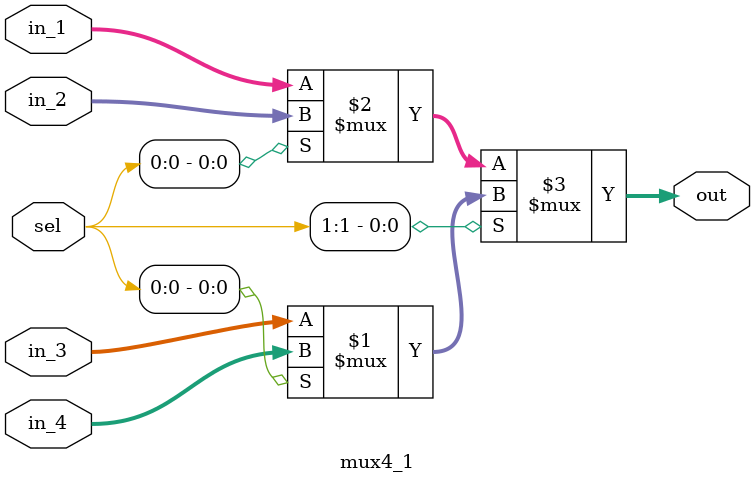
<source format=v>
module mux4_1 #(parameter BUS_SIZE = 32)
               (input  [BUS_SIZE - 1:0] in_1, in_2, in_3, in_4,
                input  [1:0]            sel,
                output [BUS_SIZE - 1:0] out);
    
    assign out = sel[1] ? (sel[0] ? in_4 : in_3)
                        : (sel[0] ? in_2 : in_1);

endmodule

</source>
